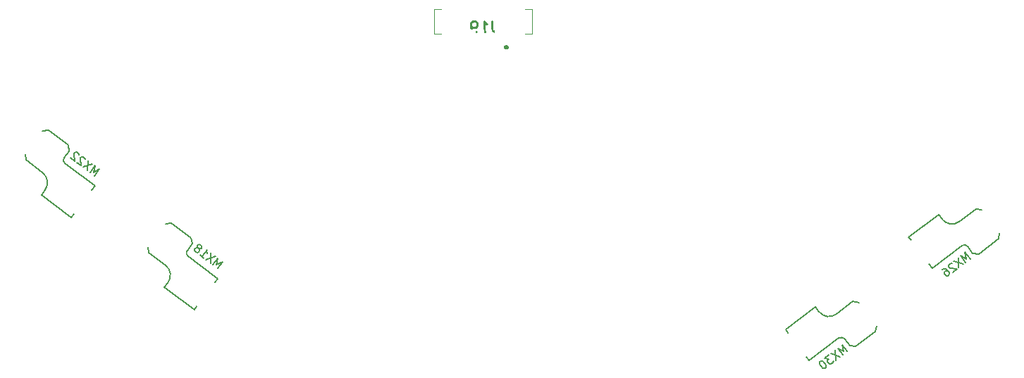
<source format=gbo>
G04 #@! TF.GenerationSoftware,KiCad,Pcbnew,(5.1.4)-1*
G04 #@! TF.CreationDate,2022-11-03T22:09:19-04:00*
G04 #@! TF.ProjectId,ThumbsUp,5468756d-6273-4557-902e-6b696361645f,rev?*
G04 #@! TF.SameCoordinates,Original*
G04 #@! TF.FileFunction,Legend,Bot*
G04 #@! TF.FilePolarity,Positive*
%FSLAX46Y46*%
G04 Gerber Fmt 4.6, Leading zero omitted, Abs format (unit mm)*
G04 Created by KiCad (PCBNEW (5.1.4)-1) date 2022-11-03 22:09:19*
%MOMM*%
%LPD*%
G04 APERTURE LIST*
%ADD10C,0.400000*%
%ADD11C,0.100000*%
%ADD12C,0.150000*%
%ADD13C,0.254000*%
%ADD14R,0.902000X1.602000*%
%ADD15R,0.702000X1.602000*%
%ADD16C,2.702000*%
%ADD17C,3.102000*%
%ADD18C,2.134000*%
%ADD19C,3.531000*%
%ADD20C,1.803800*%
%ADD21C,1.802000*%
%ADD22C,1.802000*%
%ADD23R,1.802000X1.802000*%
%ADD24O,1.802000X1.802000*%
G04 APERTURE END LIST*
D10*
X153050000Y-64700000D02*
G75*
G03X153150000Y-64700000I50000J0D01*
G01*
X153150000Y-64700000D02*
G75*
G03X153050000Y-64700000I-50000J0D01*
G01*
X153150000Y-64700000D02*
X153150000Y-64700000D01*
X153050000Y-64700000D02*
X153050000Y-64700000D01*
D11*
X144500000Y-63150000D02*
X145350000Y-63150000D01*
X144500000Y-60150000D02*
X144500000Y-63150000D01*
X145350000Y-60150000D02*
X144500000Y-60150000D01*
X156200000Y-63150000D02*
X155350000Y-63150000D01*
X156200000Y-60150000D02*
X156200000Y-63150000D01*
X155350000Y-60150000D02*
X156200000Y-60150000D01*
D12*
X186677305Y-98689297D02*
X186978212Y-99088615D01*
X193099696Y-99734716D02*
G75*
G02X193799921Y-99833127I300907J-399318D01*
G01*
X197497867Y-98924728D02*
X195101961Y-100730173D01*
X197596278Y-98224502D02*
X197497867Y-98924728D01*
X194789700Y-95330868D02*
X192793111Y-96835405D01*
X189144747Y-101963703D02*
X189505836Y-102442884D01*
X195489925Y-95429278D02*
X194789700Y-95330868D01*
X189505836Y-102442884D02*
X193099695Y-99734717D01*
X193799921Y-99833127D02*
X194401736Y-100631762D01*
X195101961Y-100730173D02*
X194401736Y-100631762D01*
X192793112Y-96835406D02*
G75*
G02X190692435Y-96540175I-902723J1197954D01*
G01*
X190271165Y-95981130D02*
X186677305Y-98689297D01*
X190692435Y-96540175D02*
X190271165Y-95981130D01*
X115650435Y-96325992D02*
X115951343Y-95926674D01*
X114885105Y-89864237D02*
G75*
G02X114786696Y-89164012I300908J399317D01*
G01*
X112894194Y-85859706D02*
X115290100Y-87665151D01*
X112193969Y-85958117D02*
X112894194Y-85859706D01*
X110186026Y-89453566D02*
X112182615Y-90958104D01*
X118117877Y-93051586D02*
X118478966Y-92572405D01*
X110087616Y-88753341D02*
X110186026Y-89453566D01*
X118478966Y-92572405D02*
X114885106Y-89864237D01*
X114786696Y-89164012D02*
X115388511Y-88365377D01*
X115290100Y-87665151D02*
X115388511Y-88365377D01*
X112182615Y-90958104D02*
G75*
G02X112477846Y-93058779I-902722J-1197953D01*
G01*
X112056575Y-93617824D02*
X115650435Y-96325992D01*
X112477846Y-93058779D02*
X112056575Y-93617824D01*
X100875678Y-85192415D02*
X101176586Y-84793097D01*
X100110348Y-78730660D02*
G75*
G02X100011939Y-78030435I300908J399317D01*
G01*
X98119437Y-74726129D02*
X100515343Y-76531574D01*
X97419212Y-74824540D02*
X98119437Y-74726129D01*
X95411269Y-78319989D02*
X97407858Y-79824527D01*
X103343120Y-81918009D02*
X103704209Y-81438828D01*
X95312859Y-77619764D02*
X95411269Y-78319989D01*
X103704209Y-81438828D02*
X100110349Y-78730660D01*
X100011939Y-78030435D02*
X100613754Y-77231800D01*
X100515343Y-76531574D02*
X100613754Y-77231800D01*
X97407858Y-79824527D02*
G75*
G02X97703089Y-81925202I-902722J-1197953D01*
G01*
X97281818Y-82484247D02*
X100875678Y-85192415D01*
X97703089Y-81925202D02*
X97281818Y-82484247D01*
X201452062Y-87555719D02*
X201752969Y-87955037D01*
X207874453Y-88601138D02*
G75*
G02X208574678Y-88699549I300907J-399318D01*
G01*
X212272624Y-87791150D02*
X209876718Y-89596595D01*
X212371035Y-87090924D02*
X212272624Y-87791150D01*
X209564457Y-84197290D02*
X207567868Y-85701827D01*
X203919504Y-90830125D02*
X204280593Y-91309306D01*
X210264682Y-84295700D02*
X209564457Y-84197290D01*
X204280593Y-91309306D02*
X207874452Y-88601139D01*
X208574678Y-88699549D02*
X209176493Y-89498184D01*
X209876718Y-89596595D02*
X209176493Y-89498184D01*
X207567869Y-85701828D02*
G75*
G02X205467192Y-85406597I-902723J1197954D01*
G01*
X205045922Y-84847552D02*
X201452062Y-87555719D01*
X205467192Y-85406597D02*
X205045922Y-84847552D01*
D13*
X151378095Y-61604523D02*
X151378095Y-62511666D01*
X151438571Y-62693095D01*
X151559523Y-62814047D01*
X151740952Y-62874523D01*
X151861904Y-62874523D01*
X150108095Y-62874523D02*
X150833809Y-62874523D01*
X150470952Y-62874523D02*
X150470952Y-61604523D01*
X150591904Y-61785952D01*
X150712857Y-61906904D01*
X150833809Y-61967380D01*
X149503333Y-62874523D02*
X149261428Y-62874523D01*
X149140476Y-62814047D01*
X149080000Y-62753571D01*
X148959047Y-62572142D01*
X148898571Y-62330238D01*
X148898571Y-61846428D01*
X148959047Y-61725476D01*
X149019523Y-61665000D01*
X149140476Y-61604523D01*
X149382380Y-61604523D01*
X149503333Y-61665000D01*
X149563809Y-61725476D01*
X149624285Y-61846428D01*
X149624285Y-62148809D01*
X149563809Y-62269761D01*
X149503333Y-62330238D01*
X149382380Y-62390714D01*
X149140476Y-62390714D01*
X149019523Y-62330238D01*
X148959047Y-62269761D01*
X148898571Y-62148809D01*
D12*
X194080296Y-101340255D02*
X193478481Y-100541620D01*
X193642137Y-101312679D01*
X192946057Y-100942830D01*
X193547872Y-101741465D01*
X192641815Y-101172093D02*
X192711206Y-102371938D01*
X192109391Y-101573303D02*
X193243630Y-101970728D01*
X191881210Y-101745250D02*
X191386816Y-102117802D01*
X191882291Y-102221439D01*
X191768200Y-102307413D01*
X191720798Y-102402759D01*
X191711425Y-102469447D01*
X191730711Y-102574165D01*
X191874000Y-102764316D01*
X191969346Y-102811719D01*
X192036034Y-102821091D01*
X192140752Y-102801806D01*
X192368934Y-102629859D01*
X192416337Y-102534513D01*
X192425709Y-102467825D01*
X190892423Y-102490354D02*
X190816362Y-102547670D01*
X190768960Y-102643016D01*
X190759587Y-102709704D01*
X190778873Y-102814422D01*
X190855474Y-102995201D01*
X190998763Y-103185353D01*
X191151425Y-103308816D01*
X191246771Y-103356218D01*
X191313459Y-103365591D01*
X191418177Y-103346305D01*
X191494238Y-103288990D01*
X191541641Y-103193644D01*
X191551013Y-103126955D01*
X191531728Y-103022237D01*
X191455126Y-102841458D01*
X191311837Y-102651307D01*
X191159175Y-102527844D01*
X191063829Y-102480441D01*
X190997141Y-102471069D01*
X190892423Y-102490354D01*
X118427899Y-91322333D02*
X119029714Y-90523697D01*
X118333634Y-90893546D01*
X118497290Y-90122487D01*
X117895475Y-90921123D01*
X118193048Y-89893224D02*
X117058809Y-90290650D01*
X117660624Y-89492014D02*
X117591233Y-90691860D01*
X116336234Y-89746151D02*
X116792597Y-90090045D01*
X116564416Y-89918098D02*
X117166231Y-89119462D01*
X117156318Y-89290869D01*
X117175062Y-89424245D01*
X117222465Y-89519591D01*
X116223765Y-88945893D02*
X116328484Y-88965179D01*
X116395172Y-88955806D01*
X116490518Y-88908403D01*
X116519176Y-88870373D01*
X116538461Y-88765655D01*
X116529089Y-88698967D01*
X116481686Y-88603621D01*
X116329565Y-88488989D01*
X116224847Y-88469704D01*
X116158158Y-88479076D01*
X116062812Y-88526479D01*
X116034155Y-88564509D01*
X116014869Y-88669228D01*
X116024242Y-88735916D01*
X116071644Y-88831262D01*
X116223765Y-88945893D01*
X116271168Y-89041239D01*
X116280540Y-89107927D01*
X116261255Y-89212646D01*
X116146623Y-89364767D01*
X116051277Y-89412169D01*
X115984589Y-89421542D01*
X115879871Y-89402256D01*
X115727750Y-89287625D01*
X115680347Y-89192279D01*
X115670975Y-89125591D01*
X115690260Y-89020872D01*
X115804892Y-88868751D01*
X115900238Y-88821349D01*
X115966926Y-88811976D01*
X116071644Y-88831262D01*
X103653142Y-80188756D02*
X104254957Y-79390120D01*
X103558877Y-79759969D01*
X103722533Y-78988910D01*
X103120718Y-79787546D01*
X103418291Y-78759647D02*
X102284052Y-79157073D01*
X102885867Y-78358437D02*
X102816476Y-79558283D01*
X102562340Y-78233893D02*
X102552967Y-78167205D01*
X102505565Y-78071859D01*
X102315413Y-77928569D01*
X102210695Y-77909284D01*
X102144007Y-77918656D01*
X102048661Y-77966059D01*
X101991345Y-78042120D01*
X101943402Y-78184868D01*
X102055871Y-78985126D01*
X101561477Y-78612574D01*
X101801734Y-77660736D02*
X101792362Y-77594048D01*
X101744959Y-77498702D01*
X101554808Y-77355412D01*
X101450090Y-77336127D01*
X101383401Y-77345499D01*
X101288055Y-77392902D01*
X101230740Y-77468962D01*
X101182796Y-77611711D01*
X101295265Y-78411969D01*
X100800872Y-78039416D01*
X208855053Y-90206677D02*
X208253238Y-89408042D01*
X208416894Y-90179101D01*
X207720814Y-89809252D01*
X208322629Y-90607887D01*
X207416572Y-90038515D02*
X207485963Y-91238360D01*
X206884148Y-90439725D02*
X208018387Y-90837150D01*
X206675252Y-90716390D02*
X206608564Y-90707018D01*
X206503846Y-90726303D01*
X206313694Y-90869592D01*
X206266292Y-90964938D01*
X206256919Y-91031627D01*
X206276205Y-91136345D01*
X206333521Y-91212406D01*
X206457524Y-91297838D01*
X207257782Y-91410307D01*
X206763388Y-91782859D01*
X205477029Y-91500065D02*
X205629150Y-91385434D01*
X205733868Y-91366148D01*
X205800556Y-91375521D01*
X205962590Y-91432296D01*
X206115252Y-91555759D01*
X206344515Y-91860001D01*
X206363800Y-91964720D01*
X206354428Y-92031408D01*
X206307025Y-92126754D01*
X206154904Y-92241385D01*
X206050186Y-92260671D01*
X205983498Y-92251298D01*
X205888152Y-92203896D01*
X205744862Y-92013744D01*
X205725577Y-91909026D01*
X205734949Y-91842338D01*
X205782352Y-91746992D01*
X205934473Y-91632360D01*
X206039192Y-91613075D01*
X206105880Y-91622447D01*
X206201226Y-91669850D01*
%LPC*%
D14*
X146600000Y-60600000D03*
X146600000Y-63400000D03*
X154100000Y-60600000D03*
X154100000Y-63400000D03*
D15*
X147600000Y-60600000D03*
X148100000Y-63400000D03*
X148600000Y-60600000D03*
X149100000Y-63400000D03*
X149600000Y-60600000D03*
X150100000Y-63400000D03*
X150600000Y-60600000D03*
X151100000Y-63400000D03*
X151600000Y-60600000D03*
X152100000Y-63400000D03*
X152600000Y-60600000D03*
X153100000Y-63400000D03*
D16*
X187013128Y-101253541D03*
D11*
G36*
X187279032Y-99361532D02*
G01*
X188905137Y-101519445D01*
X186747224Y-103145550D01*
X185121119Y-100987637D01*
X187279032Y-99361532D01*
X187279032Y-99361532D01*
G37*
D17*
X194945830Y-98030520D03*
D18*
X187814322Y-88566689D03*
X193071311Y-87234749D03*
D19*
X191365031Y-93278639D03*
D17*
X189628660Y-99282597D03*
D16*
X197561362Y-96059576D03*
D11*
G36*
X197827266Y-94167567D02*
G01*
X199453371Y-96325480D01*
X197295458Y-97951585D01*
X195669353Y-95793672D01*
X197827266Y-94167567D01*
X197827266Y-94167567D01*
G37*
D20*
X186972536Y-96588622D03*
X195757526Y-89968656D03*
D21*
X91492618Y-92251511D03*
D22*
X91492618Y-92251511D02*
X91492618Y-92251511D01*
D21*
X89464083Y-90722901D03*
D22*
X89464083Y-90722901D02*
X89464083Y-90722901D01*
D21*
X87435549Y-89194291D03*
D22*
X87435549Y-89194291D02*
X87435549Y-89194291D01*
D21*
X85407015Y-87665681D03*
D11*
G36*
X85584350Y-88927487D02*
G01*
X84145209Y-87843016D01*
X85229680Y-86403875D01*
X86668821Y-87488346D01*
X85584350Y-88927487D01*
X85584350Y-88927487D01*
G37*
D21*
X209015141Y-92097906D03*
D22*
X209015141Y-92097906D02*
X209015141Y-92097906D01*
D21*
X211043676Y-90569296D03*
D22*
X211043676Y-90569296D02*
X211043676Y-90569296D01*
D21*
X213072210Y-89040686D03*
D22*
X213072210Y-89040686D02*
X213072210Y-89040686D01*
D21*
X215100744Y-87512076D03*
D11*
G36*
X213838938Y-87334741D02*
G01*
X215278079Y-86250270D01*
X216362550Y-87689411D01*
X214923409Y-88773882D01*
X213838938Y-87334741D01*
X213838938Y-87334741D01*
G37*
D16*
X118022779Y-95296376D03*
D11*
G36*
X116130770Y-95562280D02*
G01*
X117756875Y-93404367D01*
X119914788Y-95030472D01*
X118288683Y-97188385D01*
X116130770Y-95562280D01*
X116130770Y-95562280D01*
G37*
D17*
X112738063Y-88559359D03*
D18*
X105606555Y-98023190D03*
X102877189Y-93336980D03*
D19*
X109157264Y-93311240D03*
D17*
X115407248Y-93325432D03*
D16*
X110122532Y-86588415D03*
D11*
G36*
X108230523Y-86854319D02*
G01*
X109856628Y-84696406D01*
X112014541Y-86322511D01*
X110388436Y-88480424D01*
X108230523Y-86854319D01*
X108230523Y-86854319D01*
G37*
D20*
X113549759Y-96621223D03*
X104764769Y-90001257D03*
D16*
X103248022Y-84162799D03*
D11*
G36*
X101356013Y-84428703D02*
G01*
X102982118Y-82270790D01*
X105140031Y-83896895D01*
X103513926Y-86054808D01*
X101356013Y-84428703D01*
X101356013Y-84428703D01*
G37*
D17*
X97963306Y-77425782D03*
D18*
X90831798Y-86889613D03*
X88102432Y-82203403D03*
D19*
X94382507Y-82177663D03*
D17*
X100632491Y-82191855D03*
D16*
X95347775Y-75454838D03*
D11*
G36*
X93455766Y-75720742D02*
G01*
X95081871Y-73562829D01*
X97239784Y-75188934D01*
X95613679Y-77346847D01*
X93455766Y-75720742D01*
X93455766Y-75720742D01*
G37*
D20*
X98775002Y-85487646D03*
X89990012Y-78867680D03*
D16*
X201787885Y-90119963D03*
D11*
G36*
X202053789Y-88227954D02*
G01*
X203679894Y-90385867D01*
X201521981Y-92011972D01*
X199895876Y-89854059D01*
X202053789Y-88227954D01*
X202053789Y-88227954D01*
G37*
D17*
X209720587Y-86896942D03*
D18*
X202589079Y-77433111D03*
X207846068Y-76101171D03*
D19*
X206139788Y-82145061D03*
D17*
X204403417Y-88149019D03*
D16*
X212336119Y-84925998D03*
D11*
G36*
X212602023Y-83033989D02*
G01*
X214228128Y-85191902D01*
X212070215Y-86818007D01*
X210444110Y-84660094D01*
X212602023Y-83033989D01*
X212602023Y-83033989D01*
G37*
D20*
X201747293Y-85455044D03*
X210532283Y-78835078D03*
D23*
X150158765Y-49138249D03*
D24*
X150158765Y-51678249D03*
X150158765Y-54218249D03*
X150158765Y-56758249D03*
D21*
X185893643Y-104762834D03*
D22*
X185893643Y-104762834D02*
X185893643Y-104762834D01*
D21*
X184365033Y-102734299D03*
D22*
X184365033Y-102734299D02*
X184365033Y-102734299D01*
D21*
X182836423Y-100705765D03*
D22*
X182836423Y-100705765D02*
X182836423Y-100705765D01*
D21*
X181307813Y-98677231D03*
D11*
G36*
X181130478Y-99939037D02*
G01*
X180046007Y-98499896D01*
X181485148Y-97415425D01*
X182569619Y-98854566D01*
X181130478Y-99939037D01*
X181130478Y-99939037D01*
G37*
D21*
X114334284Y-104961436D03*
D22*
X114334284Y-104961436D02*
X114334284Y-104961436D01*
D21*
X115862894Y-102932901D03*
D22*
X115862894Y-102932901D02*
X115862894Y-102932901D01*
D21*
X117391504Y-100904367D03*
D22*
X117391504Y-100904367D02*
X117391504Y-100904367D01*
D21*
X118920114Y-98875833D03*
D11*
G36*
X117658308Y-99053168D02*
G01*
X118742779Y-97614027D01*
X120181920Y-98698498D01*
X119097449Y-100137639D01*
X117658308Y-99053168D01*
X117658308Y-99053168D01*
G37*
M02*

</source>
